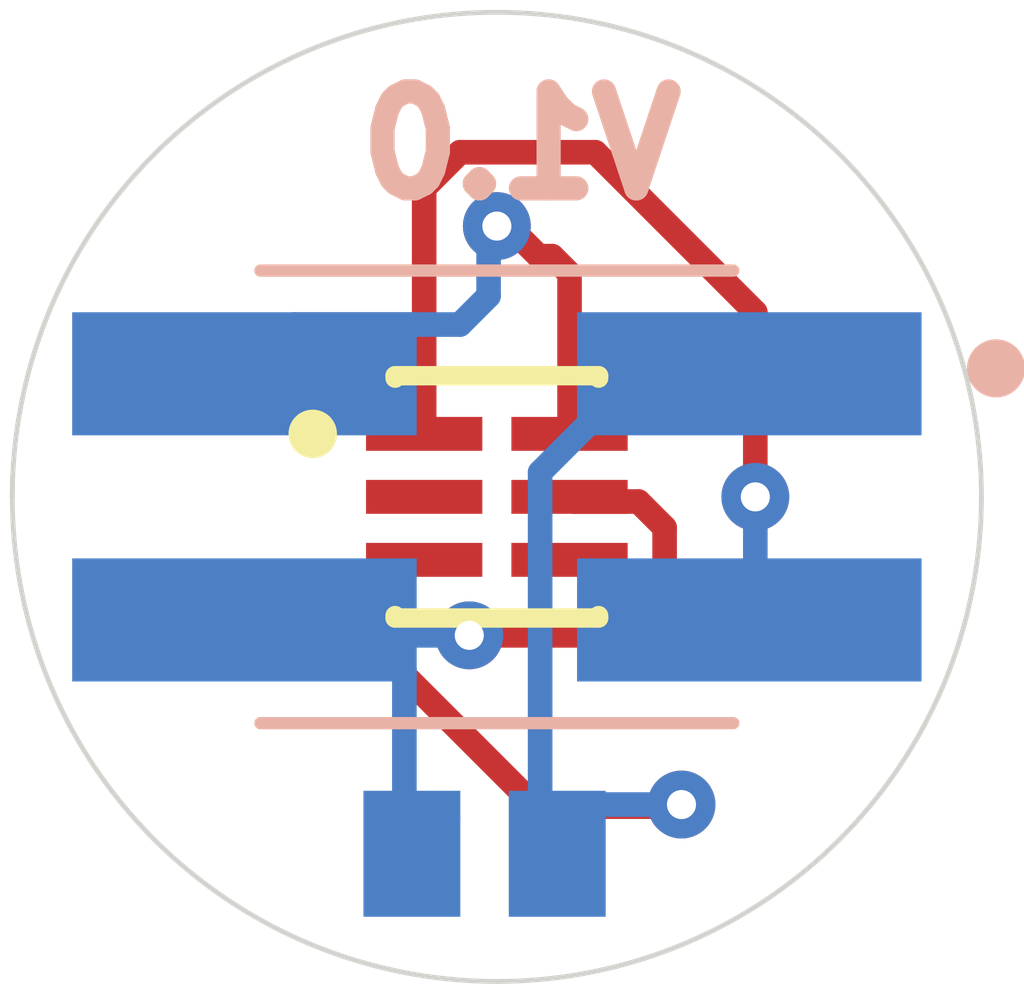
<source format=kicad_pcb>
(kicad_pcb (version 20211014) (generator pcbnew)
  (layers (0 "F.Cu" signal "Top Layer") (31 "B.Cu" signal "Bottom Layer") (34 "B.Paste" user "Bottom Paste") (35 "F.Paste" user "Top Paste") (36 "B.SilkS" user "Bottom Overlay") (37 "F.SilkS" user "Top Overlay") (38 "B.Mask" user "Bottom Solder") (39 "F.Mask" user "Top Solder") (44 "Edge.Cuts" user))
  (net 0 "")
  (net 1 "VCC_3V3_PCB_LS")
  (net 2 "SDA_PCB")
  (net 3 "SCL_PCB")
  (net 4 "GND_PCB_LS")
  (footprint "Vault:AMS-FN-6-2400X2000DE_V" (layer "F.Cu") (at 148.5011 105.0036)
    (fp_text reference "U1" hide)
    (fp_text value "TSL25911FN" hide)
    (fp_line (start 1.049998 1.249997) (end 1.049998 1.225) (layer "F.SilkS") (width 0.2))
    (fp_line (start -1.05 -1.225) (end -1.05 -1.25) (layer "F.SilkS") (width 0.2))
    (fp_line (start -1.05 -1.25) (end 1.049998 -1.25) (layer "F.SilkS") (width 0.2))
    (fp_line (start -1.05 1.249997) (end 1.049998 1.249997) (layer "F.SilkS") (width 0.2))
    (fp_line (start 1.049998 -1.225) (end 1.049998 -1.25) (layer "F.SilkS") (width 0.2))
    (fp_line (start -1.05 1.249997) (end -1.05 1.225) (layer "F.SilkS") (width 0.2))
    (fp_circle (center -1.9 -0.65) (end -1.9 -0.775) (layer "F.SilkS") (width 0.25) (fill none))
    (pad "1" smd rect (at -0.75 -0.65 90) (size 0.35 1.2) (layers "F.Cu" "F.Paste" "F.Mask") (net 3 "SCL_PCB"))
    (pad "2" smd rect (at -0.75 0 90) (size 0.35 1.2) (layers "F.Cu" "F.Paste" "F.Mask"))
    (pad "3" smd rect (at -0.75 0.65 90) (size 0.35 1.2) (layers "F.Cu" "F.Paste" "F.Mask") (net 4 "GND_PCB_LS"))
    (pad "4" smd rect (at 0.75 0.65 90) (size 0.35 1.2) (layers "F.Cu" "F.Paste" "F.Mask"))
    (pad "5" smd rect (at 0.75 0 90) (size 0.35 1.2) (layers "F.Cu" "F.Paste" "F.Mask") (net 1 "VCC_3V3_PCB_LS"))
    (pad "6" smd rect (at 0.75 -0.65 90) (size 0.35 1.2) (layers "F.Cu" "F.Paste" "F.Mask") (net 2 "SDA_PCB"))
  )
  (footprint "Vault:CAPC2013X135X45LL10T25" (layer "B.Cu") (at 148.3741 108.6866)
    (fp_text reference "C1" hide)
    (fp_text value "1uF" hide)
    (pad "1" smd rect (at -0.75 0 270) (size 1.3 1) (layers "B.Cu" "B.Paste" "B.Mask") (net 1 "VCC_3V3_PCB_LS"))
    (pad "2" smd rect (at 0.75 0 270) (size 1.3 1) (layers "B.Cu" "B.Paste" "B.Mask") (net 4 "GND_PCB_LS"))
  )
  (footprint "5-146130-1.PcbLib:TE_5-146130-1" (layer "B.Cu") (at 148.5011 105.0036 180)
    (fp_text reference "J1" hide)
    (fp_text value "5-146130-1" hide)
    (fp_line (start 2.44 -2.335) (end -2.44 -2.335) (layer "B.SilkS") (width 0.127))
    (fp_line (start 2.44 2.335) (end -2.44 2.335) (layer "B.SilkS") (width 0.127))
    (fp_circle (center -5.151 1.326) (end -5.151 1.476) (layer "B.SilkS") (width 0.3) (fill none))
    (pad "1" smd rect (at -2.605 1.27) (size 3.555 1.27) (layers "B.Cu" "B.Paste" "B.Mask") (net 4 "GND_PCB_LS"))
    (pad "2" smd rect (at 2.605 1.27) (size 3.555 1.27) (layers "B.Cu" "B.Paste" "B.Mask") (net 2 "SDA_PCB"))
    (pad "3" smd rect (at -2.605 -1.27) (size 3.555 1.27) (layers "B.Cu" "B.Paste" "B.Mask") (net 3 "SCL_PCB"))
    (pad "4" smd rect (at 2.605 -1.27) (size 3.555 1.27) (layers "B.Cu" "B.Paste" "B.Mask") (net 1 "VCC_3V3_PCB_LS"))
  )
  (gr_arc (start 148.5011 100.0036) (mid 152.036634 101.468066) (end 153.5011 105.0036) (layer "Edge.Cuts") (width 0.05))
  (gr_arc (start 153.5011 105.0036) (mid 152.036634 108.539134) (end 148.5011 110.0036) (layer "Edge.Cuts") (width 0.05))
  (gr_arc (start 148.5011 110.0036) (mid 144.965566 108.539134) (end 143.5011 105.0036) (layer "Edge.Cuts") (width 0.05))
  (gr_line (start 143.50348 104.785399) (end 143.5011 105.0036) (layer "Edge.Cuts") (width 0.05))
  (gr_arc (start 143.5011 105.0036) (mid 144.965566 101.468066) (end 148.5011 100.0036) (layer "Edge.Cuts") (width 0.05))
  (gr_text "V1.0" (at 150.5331 101.9556) (layer "B.SilkS") (effects (font (size 1 1) (thickness 0.254)) (justify left bottom mirror)))
  (segment (start 149.2991 105.0516) (end 149.962918 105.0516) (width 0.254) (layer "F.Cu") (net 1))
  (segment (start 149.962918 105.0516) (end 150.2321 105.320782) (width 0.254) (layer "F.Cu") (net 1))
  (segment (start 150.2321 105.986415) (end 150.2321 105.320782) (width 0.254) (layer "F.Cu") (net 1))
  (segment (start 149.785913 106.4326) (end 150.2321 105.986415) (width 0.254) (layer "F.Cu") (net 1))
  (segment (start 149.2511 105.0036) (end 149.2991 105.0516) (width 0.254) (layer "F.Cu") (net 1))
  (segment (start 148.2166 106.4326) (end 149.785913 106.4326) (width 0.254) (layer "F.Cu") (net 1))
  (via (at 148.2166 106.4326) (size 0.7) (drill 0.3) (layers "F.Cu" "B.Cu") (net 1))
  (segment (start 147.546598 108.6091) (end 147.546598 106.7816) (width 0.254) (layer "B.Cu") (net 1))
  (segment (start 147.038598 106.2736) (end 147.1976 106.4326) (width 0.254) (layer "B.Cu") (net 1))
  (segment (start 145.8961 106.2736) (end 146.0551 106.4326) (width 0.254) (layer "B.Cu") (net 1))
  (segment (start 147.1976 106.4326) (end 147.546598 106.7816) (width 0.254) (layer "B.Cu") (net 1))
  (segment (start 147.6241 108.434101) (end 147.810598 108.247602) (width 0.254) (layer "B.Cu") (net 1))
  (segment (start 145.8961 106.2736) (end 147.038598 106.2736) (width 0.254) (layer "B.Cu") (net 1))
  (segment (start 147.6241 108.6866) (end 147.6241 108.434101) (width 0.254) (layer "B.Cu") (net 1))
  (segment (start 146.0551 106.4326) (end 147.1976 106.4326) (width 0.254) (layer "B.Cu") (net 1))
  (segment (start 147.810598 108.5001) (end 147.9971 108.313598) (width 0.254) (layer "B.Cu") (net 1))
  (segment (start 147.1976 106.4326) (end 148.2166 106.4326) (width 0.254) (layer "B.Cu") (net 1))
  (segment (start 148.621788 102.2096) (end 148.931869 102.519681) (width 0.254) (layer "F.Cu") (net 2))
  (segment (start 148.931869 102.519681) (end 149.071493 102.519681) (width 0.254) (layer "F.Cu") (net 2))
  (segment (start 148.5011 102.2096) (end 148.621788 102.2096) (width 0.254) (layer "F.Cu") (net 2))
  (segment (start 149.2511 104.3536) (end 149.2511 102.699287) (width 0.254) (layer "F.Cu") (net 2))
  (segment (start 149.071493 102.519681) (end 149.2511 102.699287) (width 0.254) (layer "F.Cu") (net 2))
  (via (at 148.5011 102.2096) (size 0.7) (drill 0.3) (layers "F.Cu" "B.Cu") (net 2))
  (segment (start 148.1201 103.2256) (end 148.415764 102.929936) (width 0.254) (layer "B.Cu") (net 2))
  (segment (start 148.415764 102.929936) (end 148.415764 102.294936) (width 0.254) (layer "B.Cu") (net 2))
  (segment (start 148.415764 102.294936) (end 148.5011 102.2096) (width 0.254) (layer "B.Cu") (net 2))
  (segment (start 146.4041 103.2256) (end 148.1201 103.2256) (width 0.254) (layer "B.Cu") (net 2))
  (segment (start 145.8961 103.7336) (end 146.4041 103.2256) (width 0.254) (layer "B.Cu") (net 2))
  (segment (start 147.7511 104.3536) (end 147.7511 101.8166) (width 0.254) (layer "F.Cu") (net 3))
  (segment (start 148.1201 101.4476) (end 149.5171 101.4476) (width 0.254) (layer "F.Cu") (net 3))
  (segment (start 151.1681 105.0036) (end 151.1681 103.0986) (width 0.254) (layer "F.Cu") (net 3))
  (segment (start 149.5171 101.4476) (end 151.1681 103.0986) (width 0.254) (layer "F.Cu") (net 3))
  (segment (start 147.7511 101.8166) (end 148.1201 101.4476) (width 0.254) (layer "F.Cu") (net 3))
  (via (at 151.1681 105.0036) (size 0.7) (drill 0.3) (layers "F.Cu" "B.Cu") (net 3))
  (segment (start 151.1681 106.2116) (end 151.1681 105.0036) (width 0.254) (layer "B.Cu") (net 3))
  (segment (start 151.1061 106.2736) (end 151.1681 106.2116) (width 0.254) (layer "B.Cu") (net 3))
  (segment (start 150.384309 108.200391) (end 150.4061 108.1786) (width 0.254) (layer "F.Cu") (net 4))
  (segment (start 147.485598 106.782098) (end 148.903891 108.200391) (width 0.254) (layer "F.Cu") (net 4))
  (segment (start 147.533599 105.6536) (end 147.7511 105.6536) (width 0.254) (layer "F.Cu") (net 4))
  (segment (start 148.903891 108.200391) (end 150.384309 108.200391) (width 0.254) (layer "F.Cu") (net 4))
  (segment (start 147.485598 106.782098) (end 147.485598 105.7016) (width 0.254) (layer "F.Cu") (net 4))
  (segment (start 147.485598 105.7016) (end 147.533599 105.6536) (width 0.254) (layer "F.Cu") (net 4))
  (via (at 150.4061 108.1786) (size 0.7) (drill 0.3) (layers "F.Cu" "B.Cu") (net 4))
  (segment (start 148.947602 108.510103) (end 148.947602 104.7496) (width 0.254) (layer "B.Cu") (net 4))
  (segment (start 149.1241 108.6866) (end 149.1241 108.551602) (width 0.254) (layer "B.Cu") (net 4))
  (segment (start 148.947602 108.510103) (end 149.1241 108.6866) (width 0.254) (layer "B.Cu") (net 4))
  (segment (start 149.963602 103.7336) (end 151.1061 103.7336) (width 0.254) (layer "B.Cu") (net 4))
  (segment (start 149.1241 108.551602) (end 149.4971 108.1786) (width 0.254) (layer "B.Cu") (net 4))
  (segment (start 149.4971 108.1786) (end 150.4061 108.1786) (width 0.254) (layer "B.Cu") (net 4))
  (segment (start 148.947602 104.7496) (end 149.963602 103.7336) (width 0.254) (layer "B.Cu") (net 4))
)
</source>
